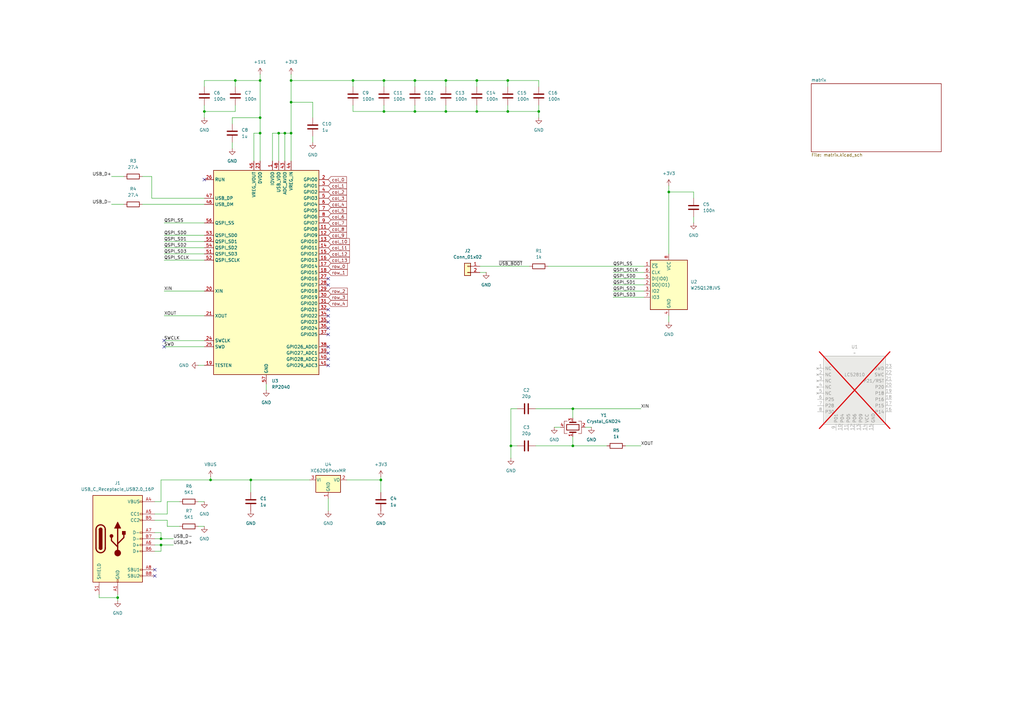
<source format=kicad_sch>
(kicad_sch (version 20231120) (generator "eeschema") (generator_version "8.0")
  (paper "A3")
  (lib_symbols
    (symbol "Connector:USB_C_Receptacle_USB2.0_16P" (pin_names (offset 1.016))
      (property "Reference" "J" (at 0 22.225 0))
      (property "Value" "USB_C_Receptacle_USB2.0_16P" (at 0 19.685 0))
      (symbol "USB_C_Receptacle_USB2.0_16P_0_0"
        (rectangle (start -0.254 -17.78) (end 0.254 -16.764))
        (rectangle (start 10.16 -14.986) (end 9.144 -15.494))
        (rectangle (start 10.16 -12.446) (end 9.144 -12.954))
        (rectangle (start 10.16 -4.826) (end 9.144 -5.334))
        (rectangle (start 10.16 -2.286) (end 9.144 -2.794))
        (rectangle (start 10.16 0.254) (end 9.144 -0.254))
        (rectangle (start 10.16 2.794) (end 9.144 2.286))
        (rectangle (start 10.16 7.874) (end 9.144 7.366))
        (rectangle (start 10.16 10.414) (end 9.144 9.906))
        (rectangle (start 10.16 15.494) (end 9.144 14.986))
      )
      (symbol "USB_C_Receptacle_USB2.0_16P_0_1"
        (rectangle (start -10.16 17.78) (end 10.16 -17.78) (stroke (width 0.254)) (fill (type background)))
        (arc (start -8.89 -3.81) (mid -6.985 -5.7067) (end -5.08 -3.81) (stroke (width 0.508)))
        (arc (start -7.62 -3.81) (mid -6.985 -4.4423) (end -6.35 -3.81) (stroke (width 0.254)))
        (arc (start -7.62 -3.81) (mid -6.985 -4.4423) (end -6.35 -3.81) (stroke (width 0.254)) (fill (type outline)))
        (rectangle (start -7.62 -3.81) (end -6.35 3.81) (stroke (width 0.254)) (fill (type outline)))
        (arc (start -6.35 3.81) (mid -6.985 4.4423) (end -7.62 3.81) (stroke (width 0.254)))
        (arc (start -6.35 3.81) (mid -6.985 4.4423) (end -7.62 3.81) (stroke (width 0.254)) (fill (type outline)))
        (arc (start -5.08 3.81) (mid -6.985 5.7067) (end -8.89 3.81) (stroke (width 0.508)))
        (circle (center -2.54 1.143) (radius 0.635) (stroke (width 0.254)) (fill (type outline)))
        (circle (center 0 -5.842) (radius 1.27) (fill (type outline)))
        (polyline (pts (xy -8.89 -3.81) (xy -8.89 3.81)) (stroke (width 0.508)))
        (polyline (pts (xy -5.08 3.81) (xy -5.08 -3.81)) (stroke (width 0.508)))
        (polyline (pts (xy 0 -5.842) (xy 0 4.318)) (stroke (width 0.508)))
        (polyline (pts (xy 0 -3.302) (xy -2.54 -0.762) (xy -2.54 0.508)) (stroke (width 0.508)))
        (polyline (pts (xy 0 -2.032) (xy 2.54 0.508) (xy 2.54 1.778)) (stroke (width 0.508)))
        (polyline (pts (xy -1.27 4.318) (xy 0 6.858) (xy 1.27 4.318) (xy -1.27 4.318)) (stroke (width 0.254)) (fill (type outline)))
        (rectangle (start 1.905 1.778) (end 3.175 3.048) (stroke (width 0.254)) (fill (type outline)))
      )
      (symbol "USB_C_Receptacle_USB2.0_16P_1_1"
        (pin passive line (at 0 -22.86 90) (length 5.08) (name "GND") (number "A1"))
        (pin passive line (at 0 -22.86 90) (length 5.08) hide (name "GND") (number "A12"))
        (pin passive line (at 15.24 15.24 180) (length 5.08) (name "VBUS") (number "A4"))
        (pin bidirectional line (at 15.24 10.16 180) (length 5.08) (name "CC1") (number "A5"))
        (pin bidirectional line (at 15.24 -2.54 180) (length 5.08) (name "D+") (number "A6"))
        (pin bidirectional line (at 15.24 2.54 180) (length 5.08) (name "D-") (number "A7"))
        (pin bidirectional line (at 15.24 -12.7 180) (length 5.08) (name "SBU1") (number "A8"))
        (pin passive line (at 15.24 15.24 180) (length 5.08) hide (name "VBUS") (number "A9"))
        (pin passive line (at 0 -22.86 90) (length 5.08) hide (name "GND") (number "B1"))
        (pin passive line (at 0 -22.86 90) (length 5.08) hide (name "GND") (number "B12"))
        (pin passive line (at 15.24 15.24 180) (length 5.08) hide (name "VBUS") (number "B4"))
        (pin bidirectional line (at 15.24 7.62 180) (length 5.08) (name "CC2") (number "B5"))
        (pin bidirectional line (at 15.24 -5.08 180) (length 5.08) (name "D+") (number "B6"))
        (pin bidirectional line (at 15.24 0 180) (length 5.08) (name "D-") (number "B7"))
        (pin bidirectional line (at 15.24 -15.24 180) (length 5.08) (name "SBU2") (number "B8"))
        (pin passive line (at 15.24 15.24 180) (length 5.08) hide (name "VBUS") (number "B9"))
        (pin passive line (at -7.62 -22.86 90) (length 5.08) (name "SHIELD") (number "S1"))
      )
    )
    (symbol "Connector_Generic:Conn_01x02" (pin_names (offset 1.016) hide)
      (property "Reference" "J" (at 0 2.54 0))
      (property "Value" "Conn_01x02" (at 0 -5.08 0))
      (symbol "Conn_01x02_1_1"
        (rectangle (start -1.27 -2.413) (end 0 -2.667) (stroke (width 0.1524)))
        (rectangle (start -1.27 0.127) (end 0 -0.127) (stroke (width 0.1524)))
        (rectangle (start -1.27 1.27) (end 1.27 -3.81) (stroke (width 0.254)) (fill (type background)))
        (pin passive line (at -5.08 0 0) (length 3.81) (name "Pin_1") (number "1"))
        (pin passive line (at -5.08 -2.54 0) (length 3.81) (name "Pin_2") (number "2"))
      )
    )
    (symbol "Device:C" (pin_numbers hide) (pin_names (offset 0.254))
      (property "Reference" "C" (at 0.635 2.54 0))
      (property "Value" "C" (at 0.635 -2.54 0))
      (symbol "C_0_1"
        (polyline (pts (xy -2.032 -0.762) (xy 2.032 -0.762)) (stroke (width 0.508)))
        (polyline (pts (xy -2.032 0.762) (xy 2.032 0.762)) (stroke (width 0.508)))
      )
      (symbol "C_1_1"
        (pin passive line (at 0 3.81 270) (length 2.794) (name "~") (number "1"))
        (pin passive line (at 0 -3.81 90) (length 2.794) (name "~") (number "2"))
      )
    )
    (symbol "Device:Crystal_GND24" (pin_names (offset 1.016) hide)
      (property "Reference" "Y" (at 3.175 5.08 0))
      (property "Value" "Crystal_GND24" (at 3.175 3.175 0))
      (symbol "Crystal_GND24_0_1"
        (rectangle (start -1.143 2.54) (end 1.143 -2.54) (stroke (width 0.3048)))
        (polyline (pts (xy -2.54 0) (xy -2.032 0)))
        (polyline (pts (xy -2.032 -1.27) (xy -2.032 1.27)) (stroke (width 0.508)))
        (polyline (pts (xy 0 -3.81) (xy 0 -3.556)))
        (polyline (pts (xy 0 3.556) (xy 0 3.81)))
        (polyline (pts (xy 2.032 -1.27) (xy 2.032 1.27)) (stroke (width 0.508)))
        (polyline (pts (xy 2.032 0) (xy 2.54 0)))
        (polyline (pts (xy -2.54 -2.286) (xy -2.54 -3.556) (xy 2.54 -3.556) (xy 2.54 -2.286)))
        (polyline (pts (xy -2.54 2.286) (xy -2.54 3.556) (xy 2.54 3.556) (xy 2.54 2.286)))
      )
      (symbol "Crystal_GND24_1_1"
        (pin passive line (at -3.81 0 0) (length 1.27) (name "1") (number "1"))
        (pin passive line (at 0 5.08 270) (length 1.27) (name "2") (number "2"))
        (pin passive line (at 3.81 0 180) (length 1.27) (name "3") (number "3"))
        (pin passive line (at 0 -5.08 90) (length 1.27) (name "4") (number "4"))
      )
    )
    (symbol "Device:R" (pin_numbers hide) (pin_names (offset 0))
      (property "Reference" "R" (at 2.032 0 90))
      (property "Value" "R" (at 0 0 90))
      (symbol "R_0_1"
        (rectangle (start -1.016 -2.54) (end 1.016 2.54) (stroke (width 0.254)))
      )
      (symbol "R_1_1"
        (pin passive line (at 0 3.81 270) (length 1.27) (name "~") (number "1"))
        (pin passive line (at 0 -3.81 90) (length 1.27) (name "~") (number "2"))
      )
    )
    (symbol "MCU_RaspberryPi:RP2040"
      (property "Reference" "U" (at 17.78 45.72 0))
      (property "Value" "RP2040" (at 17.78 43.18 0))
      (symbol "RP2040_0_1"
        (rectangle (start -21.59 41.91) (end 21.59 -41.91) (stroke (width 0.254)) (fill (type background)))
      )
      (symbol "RP2040_1_1"
        (pin power_in line (at 2.54 45.72 270) (length 3.81) (name "IOVDD") (number "1"))
        (pin passive line (at 2.54 45.72 270) (length 3.81) hide (name "IOVDD") (number "10"))
        (pin bidirectional line (at 25.4 17.78 180) (length 3.81) (name "GPIO8") (number "11"))
        (pin bidirectional line (at 25.4 15.24 180) (length 3.81) (name "GPIO9") (number "12"))
        (pin bidirectional line (at 25.4 12.7 180) (length 3.81) (name "GPIO10") (number "13"))
        (pin bidirectional line (at 25.4 10.16 180) (length 3.81) (name "GPIO11") (number "14"))
        (pin bidirectional line (at 25.4 7.62 180) (length 3.81) (name "GPIO12") (number "15"))
        (pin bidirectional line (at 25.4 5.08 180) (length 3.81) (name "GPIO13") (number "16"))
        (pin bidirectional line (at 25.4 2.54 180) (length 3.81) (name "GPIO14") (number "17"))
        (pin bidirectional line (at 25.4 0 180) (length 3.81) (name "GPIO15") (number "18"))
        (pin input line (at -25.4 -38.1 0) (length 3.81) (name "TESTEN") (number "19"))
        (pin bidirectional line (at 25.4 38.1 180) (length 3.81) (name "GPIO0") (number "2"))
        (pin input line (at -25.4 -7.62 0) (length 3.81) (name "XIN") (number "20"))
        (pin passive line (at -25.4 -17.78 0) (length 3.81) (name "XOUT") (number "21"))
        (pin passive line (at 2.54 45.72 270) (length 3.81) hide (name "IOVDD") (number "22"))
        (pin power_in line (at -2.54 45.72 270) (length 3.81) (name "DVDD") (number "23"))
        (pin input line (at -25.4 -27.94 0) (length 3.81) (name "SWCLK") (number "24"))
        (pin bidirectional line (at -25.4 -30.48 0) (length 3.81) (name "SWD") (number "25"))
        (pin input line (at -25.4 38.1 0) (length 3.81) (name "RUN") (number "26"))
        (pin bidirectional line (at 25.4 -2.54 180) (length 3.81) (name "GPIO16") (number "27"))
        (pin bidirectional line (at 25.4 -5.08 180) (length 3.81) (name "GPIO17") (number "28"))
        (pin bidirectional line (at 25.4 -7.62 180) (length 3.81) (name "GPIO18") (number "29"))
        (pin bidirectional line (at 25.4 35.56 180) (length 3.81) (name "GPIO1") (number "3"))
        (pin bidirectional line (at 25.4 -10.16 180) (length 3.81) (name "GPIO19") (number "30"))
        (pin bidirectional line (at 25.4 -12.7 180) (length 3.81) (name "GPIO20") (number "31"))
        (pin bidirectional line (at 25.4 -15.24 180) (length 3.81) (name "GPIO21") (number "32"))
        (pin passive line (at 2.54 45.72 270) (length 3.81) hide (name "IOVDD") (number "33"))
        (pin bidirectional line (at 25.4 -17.78 180) (length 3.81) (name "GPIO22") (number "34"))
        (pin bidirectional line (at 25.4 -20.32 180) (length 3.81) (name "GPIO23") (number "35"))
        (pin bidirectional line (at 25.4 -22.86 180) (length 3.81) (name "GPIO24") (number "36"))
        (pin bidirectional line (at 25.4 -25.4 180) (length 3.81) (name "GPIO25") (number "37"))
        (pin bidirectional line (at 25.4 -30.48 180) (length 3.81) (name "GPIO26_ADC0") (number "38"))
        (pin bidirectional line (at 25.4 -33.02 180) (length 3.81) (name "GPIO27_ADC1") (number "39"))
        (pin bidirectional line (at 25.4 33.02 180) (length 3.81) (name "GPIO2") (number "4"))
        (pin bidirectional line (at 25.4 -35.56 180) (length 3.81) (name "GPIO28_ADC2") (number "40"))
        (pin bidirectional line (at 25.4 -38.1 180) (length 3.81) (name "GPIO29_ADC3") (number "41"))
        (pin passive line (at 2.54 45.72 270) (length 3.81) hide (name "IOVDD") (number "42"))
        (pin power_in line (at 7.62 45.72 270) (length 3.81) (name "ADC_AVDD") (number "43"))
        (pin power_in line (at 10.16 45.72 270) (length 3.81) (name "VREG_IN") (number "44"))
        (pin power_out line (at -5.08 45.72 270) (length 3.81) (name "VREG_VOUT") (number "45"))
        (pin bidirectional line (at -25.4 27.94 0) (length 3.81) (name "USB_DM") (number "46"))
        (pin bidirectional line (at -25.4 30.48 0) (length 3.81) (name "USB_DP") (number "47"))
        (pin power_in line (at 5.08 45.72 270) (length 3.81) (name "USB_VDD") (number "48"))
        (pin passive line (at 2.54 45.72 270) (length 3.81) hide (name "IOVDD") (number "49"))
        (pin bidirectional line (at 25.4 30.48 180) (length 3.81) (name "GPIO3") (number "5"))
        (pin passive line (at -2.54 45.72 270) (length 3.81) hide (name "DVDD") (number "50"))
        (pin bidirectional line (at -25.4 7.62 0) (length 3.81) (name "QSPI_SD3") (number "51"))
        (pin output line (at -25.4 5.08 0) (length 3.81) (name "QSPI_SCLK") (number "52"))
        (pin bidirectional line (at -25.4 15.24 0) (length 3.81) (name "QSPI_SD0") (number "53"))
        (pin bidirectional line (at -25.4 10.16 0) (length 3.81) (name "QSPI_SD2") (number "54"))
        (pin bidirectional line (at -25.4 12.7 0) (length 3.81) (name "QSPI_SD1") (number "55"))
        (pin bidirectional line (at -25.4 20.32 0) (length 3.81) (name "QSPI_SS") (number "56"))
        (pin power_in line (at 0 -45.72 90) (length 3.81) (name "GND") (number "57"))
        (pin bidirectional line (at 25.4 27.94 180) (length 3.81) (name "GPIO4") (number "6"))
        (pin bidirectional line (at 25.4 25.4 180) (length 3.81) (name "GPIO5") (number "7"))
        (pin bidirectional line (at 25.4 22.86 180) (length 3.81) (name "GPIO6") (number "8"))
        (pin bidirectional line (at 25.4 20.32 180) (length 3.81) (name "GPIO7") (number "9"))
      )
    )
    (symbol "Memory_Flash:W25Q128JVS"
      (property "Reference" "U" (at -8.89 8.89 0))
      (property "Value" "W25Q128JVS" (at 7.62 8.89 0))
      (symbol "W25Q128JVS_0_1"
        (rectangle (start -7.62 10.16) (end 7.62 -10.16) (stroke (width 0.254)) (fill (type background)))
      )
      (symbol "W25Q128JVS_1_1"
        (pin input line (at -10.16 7.62 0) (length 2.54) (name "~{CS}") (number "1"))
        (pin bidirectional line (at -10.16 0 0) (length 2.54) (name "DO(IO1)") (number "2"))
        (pin bidirectional line (at -10.16 -2.54 0) (length 2.54) (name "IO2") (number "3"))
        (pin power_in line (at 0 -12.7 90) (length 2.54) (name "GND") (number "4"))
        (pin bidirectional line (at -10.16 2.54 0) (length 2.54) (name "DI(IO0)") (number "5"))
        (pin input line (at -10.16 5.08 0) (length 2.54) (name "CLK") (number "6"))
        (pin bidirectional line (at -10.16 -5.08 0) (length 2.54) (name "IO3") (number "7"))
        (pin power_in line (at 0 12.7 270) (length 2.54) (name "VCC") (number "8"))
      )
    )
    (symbol "Regulator_Linear:XC6206PxxxMR" (pin_names (offset 0.254))
      (property "Reference" "U" (at -3.81 3.175 0))
      (property "Value" "XC6206PxxxMR" (at 0 3.175 0))
      (symbol "XC6206PxxxMR_0_1"
        (rectangle (start -5.08 1.905) (end 5.08 -5.08) (stroke (width 0.254)) (fill (type background)))
      )
      (symbol "XC6206PxxxMR_1_1"
        (pin power_in line (at 0 -7.62 90) (length 2.54) (name "GND") (number "1"))
        (pin power_out line (at 7.62 0 180) (length 2.54) (name "VO") (number "2"))
        (pin power_in line (at -7.62 0 0) (length 2.54) (name "VI") (number "3"))
      )
    )
    (symbol "nRF52810_Module:LC52810"
      (property "Reference" "U" (at 0 0 0))
      (symbol "LC52810_0_1"
        (rectangle (start -12.7 5.08) (end 12.7 -22.86) (fill (type background)))
      )
      (symbol "LC52810_1_1"
        (text "LC52810" (at 0 -2.54 0) (effects (font (size 1.27 1.27))))
        (pin no_connect line (at -15.24 0 0) (length 2.54) (name "NC") (number "1"))
        (pin bidirectional line (at -5.08 -25.4 90) (length 2.54) (name "P04") (number "10"))
        (pin bidirectional line (at -2.54 -25.4 90) (length 2.54) (name "P05") (number "11"))
        (pin bidirectional line (at 0 -25.4 90) (length 2.54) (name "P06") (number "12"))
        (pin bidirectional line (at 2.54 -25.4 90) (length 2.54) (name "P09") (number "13"))
        (pin power_in line (at 5.08 -25.4 90) (length 2.54) (name "VCC") (number "14"))
        (pin passive line (at 7.62 -25.4 90) (length 2.54) (name "GND") (number "15"))
        (pin bidirectional line (at 15.24 -17.78 180) (length 2.54) (name "P14") (number "16"))
        (pin bidirectional line (at 15.24 -15.24 180) (length 2.54) (name "P15") (number "17"))
        (pin bidirectional line (at 15.24 -12.7 180) (length 2.54) (name "P16") (number "18"))
        (pin bidirectional line (at 15.24 -10.16 180) (length 2.54) (name "P18") (number "19"))
        (pin no_connect line (at -15.24 -2.54 0) (length 2.54) (name "NC") (number "2"))
        (pin bidirectional line (at 15.24 -7.62 180) (length 2.54) (name "P20") (number "20"))
        (pin bidirectional line (at 15.24 -5.08 180) (length 2.54) (name "P21/RST") (number "21"))
        (pin input line (at 15.24 -2.54 180) (length 2.54) (name "SWC") (number "22"))
        (pin bidirectional line (at 15.24 0 180) (length 2.54) (name "SWD") (number "23"))
        (pin no_connect line (at -15.24 -5.08 0) (length 2.54) (name "NC") (number "3"))
        (pin no_connect line (at -15.24 -7.62 0) (length 2.54) (name "NC") (number "4"))
        (pin no_connect line (at -15.24 -10.16 0) (length 2.54) (name "NC") (number "5"))
        (pin bidirectional line (at -15.24 -12.7 0) (length 2.54) (name "P25") (number "6"))
        (pin bidirectional line (at -15.24 -15.24 0) (length 2.54) (name "P28") (number "7"))
        (pin bidirectional line (at -15.24 -17.78 0) (length 2.54) (name "P30") (number "8"))
        (pin bidirectional line (at -7.62 -25.4 90) (length 2.54) (name "P01") (number "9"))
      )
    )
    (symbol "power:+1V1" (power) (pin_numbers hide) (pin_names (offset 0) hide)
      (property "Value" "+1V1" (at 0 3.556 0))
      (symbol "+1V1_0_1"
        (polyline (pts (xy -0.762 1.27) (xy 0 2.54)))
        (polyline (pts (xy 0 0) (xy 0 2.54)))
        (polyline (pts (xy 0 2.54) (xy 0.762 1.27)))
      )
      (symbol "+1V1_1_1"
        (pin power_in line (at 0 0 90) (length 0) (name "~") (number "1"))
      )
    )
    (symbol "power:+3V3" (power) (pin_numbers hide) (pin_names (offset 0) hide)
      (property "Value" "+3V3" (at 0 3.556 0))
      (symbol "+3V3_0_1"
        (polyline (pts (xy -0.762 1.27) (xy 0 2.54)))
        (polyline (pts (xy 0 0) (xy 0 2.54)))
        (polyline (pts (xy 0 2.54) (xy 0.762 1.27)))
      )
      (symbol "+3V3_1_1"
        (pin power_in line (at 0 0 90) (length 0) (name "~") (number "1"))
      )
    )
    (symbol "power:GND" (power) (pin_numbers hide) (pin_names (offset 0) hide)
      (property "Value" "GND" (at 0 -3.81 0))
      (symbol "GND_0_1"
        (polyline (pts (xy 0 0) (xy 0 -1.27) (xy 1.27 -1.27) (xy 0 -2.54) (xy -1.27 -1.27) (xy 0 -1.27)))
      )
      (symbol "GND_1_1"
        (pin power_in line (at 0 0 270) (length 0) (name "~") (number "1"))
      )
    )
    (symbol "power:VBUS" (power) (pin_numbers hide) (pin_names (offset 0) hide)
      (property "Value" "VBUS" (at 0 3.556 0))
      (symbol "VBUS_0_1"
        (polyline (pts (xy -0.762 1.27) (xy 0 2.54)))
        (polyline (pts (xy 0 0) (xy 0 2.54)))
        (polyline (pts (xy 0 2.54) (xy 0.762 1.27)))
      )
      (symbol "VBUS_1_1"
        (pin power_in line (at 0 0 90) (length 0) (name "~") (number "1"))
      )
    )
  )
  (junction (at 102.87 196.85))
  (junction (at 209.55 182.88))
  (junction (at 66.04 220.98))
  (junction (at 234.95 167.64))
  (junction (at 119.38 33.02))
  (junction (at 220.98 45.72))
  (junction (at 208.28 33.02))
  (junction (at 83.82 45.72))
  (junction (at 274.32 78.74))
  (junction (at 157.48 33.02))
  (junction (at 234.95 182.88))
  (junction (at 119.38 54.61))
  (junction (at 144.78 33.02))
  (junction (at 66.04 223.52))
  (junction (at 170.18 33.02))
  (junction (at 106.68 33.02))
  (junction (at 114.3 54.61))
  (junction (at 106.68 54.61))
  (junction (at 182.88 45.72))
  (junction (at 116.84 54.61))
  (junction (at 119.38 41.91))
  (junction (at 48.26 245.11))
  (junction (at 157.48 45.72))
  (junction (at 96.52 33.02))
  (junction (at 182.88 33.02))
  (junction (at 170.18 45.72))
  (junction (at 106.68 48.26))
  (junction (at 195.58 33.02))
  (junction (at 195.58 45.72))
  (junction (at 86.36 196.85))
  (junction (at 156.21 196.85))
  (junction (at 208.28 45.72))
  (no_connect (at 134.62 132.08))
  (no_connect (at 134.62 127))
  (no_connect (at 134.62 114.3))
  (no_connect (at 134.62 129.54))
  (no_connect (at 134.62 137.16))
  (no_connect (at 134.62 149.86))
  (no_connect (at 134.62 147.32))
  (no_connect (at 134.62 142.24))
  (no_connect (at 134.62 144.78))
  (no_connect (at 134.62 134.62))
  (no_connect (at 63.5 233.68))
  (no_connect (at 67.31 142.24))
  (no_connect (at 67.31 139.7))
  (no_connect (at 83.82 73.66))
  (no_connect (at 134.62 116.84))
  (no_connect (at 63.5 236.22))
  (wire (pts (xy 116.84 54.61) (xy 119.38 54.61)))
  (wire (pts (xy 106.68 30.48) (xy 106.68 33.02)))
  (wire (pts (xy 106.68 33.02) (xy 106.68 48.26)))
  (wire (pts (xy 234.95 179.07) (xy 234.95 182.88)))
  (wire (pts (xy 67.31 129.54) (xy 83.82 129.54)))
  (wire (pts (xy 128.27 41.91) (xy 119.38 41.91)))
  (wire (pts (xy 251.46 119.38) (xy 264.16 119.38)))
  (wire (pts (xy 182.88 33.02) (xy 195.58 33.02)))
  (wire (pts (xy 128.27 48.26) (xy 128.27 41.91)))
  (wire (pts (xy 68.58 215.9) (xy 73.66 215.9)))
  (wire (pts (xy 81.28 205.74) (xy 83.82 205.74)))
  (wire (pts (xy 182.88 45.72) (xy 195.58 45.72)))
  (wire (pts (xy 208.28 33.02) (xy 220.98 33.02)))
  (wire (pts (xy 219.71 167.64) (xy 234.95 167.64)))
  (wire (pts (xy 63.5 226.06) (xy 66.04 226.06)))
  (wire (pts (xy 67.31 96.52) (xy 83.82 96.52)))
  (wire (pts (xy 63.5 213.36) (xy 68.58 213.36)))
  (wire (pts (xy 170.18 33.02) (xy 170.18 35.56)))
  (wire (pts (xy 196.85 111.76) (xy 199.39 111.76)))
  (wire (pts (xy 66.04 218.44) (xy 66.04 220.98)))
  (wire (pts (xy 208.28 43.18) (xy 208.28 45.72)))
  (wire (pts (xy 58.42 72.39) (xy 62.23 72.39)))
  (wire (pts (xy 119.38 33.02) (xy 144.78 33.02)))
  (wire (pts (xy 102.87 196.85) (xy 127 196.85)))
  (wire (pts (xy 81.28 215.9) (xy 83.82 215.9)))
  (wire (pts (xy 63.5 210.82) (xy 68.58 210.82)))
  (wire (pts (xy 62.23 81.28) (xy 62.23 72.39)))
  (wire (pts (xy 68.58 205.74) (xy 73.66 205.74)))
  (wire (pts (xy 63.5 223.52) (xy 66.04 223.52)))
  (wire (pts (xy 114.3 54.61) (xy 116.84 54.61)))
  (wire (pts (xy 106.68 54.61) (xy 106.68 66.04)))
  (wire (pts (xy 209.55 182.88) (xy 212.09 182.88)))
  (wire (pts (xy 67.31 106.68) (xy 83.82 106.68)))
  (wire (pts (xy 220.98 33.02) (xy 220.98 35.56)))
  (wire (pts (xy 157.48 43.18) (xy 157.48 45.72)))
  (wire (pts (xy 83.82 81.28) (xy 62.23 81.28)))
  (wire (pts (xy 83.82 45.72) (xy 83.82 48.26)))
  (wire (pts (xy 67.31 91.44) (xy 83.82 91.44)))
  (wire (pts (xy 209.55 167.64) (xy 209.55 182.88)))
  (wire (pts (xy 212.09 167.64) (xy 209.55 167.64)))
  (wire (pts (xy 83.82 33.02) (xy 96.52 33.02)))
  (wire (pts (xy 83.82 35.56) (xy 83.82 33.02)))
  (wire (pts (xy 66.04 205.74) (xy 63.5 205.74)))
  (wire (pts (xy 284.48 78.74) (xy 274.32 78.74)))
  (wire (pts (xy 67.31 119.38) (xy 83.82 119.38)))
  (wire (pts (xy 224.79 109.22) (xy 264.16 109.22)))
  (wire (pts (xy 234.95 167.64) (xy 234.95 171.45)))
  (wire (pts (xy 63.5 218.44) (xy 66.04 218.44)))
  (wire (pts (xy 156.21 196.85) (xy 156.21 201.93)))
  (wire (pts (xy 182.88 33.02) (xy 182.88 35.56)))
  (wire (pts (xy 134.62 204.47) (xy 134.62 209.55)))
  (wire (pts (xy 67.31 101.6) (xy 83.82 101.6)))
  (wire (pts (xy 234.95 167.64) (xy 262.89 167.64)))
  (wire (pts (xy 284.48 88.9) (xy 284.48 91.44)))
  (wire (pts (xy 256.54 182.88) (xy 262.89 182.88)))
  (wire (pts (xy 45.72 72.39) (xy 50.8 72.39)))
  (wire (pts (xy 95.25 50.8) (xy 95.25 48.26)))
  (wire (pts (xy 227.33 175.26) (xy 229.87 175.26)))
  (wire (pts (xy 157.48 45.72) (xy 170.18 45.72)))
  (wire (pts (xy 111.76 66.04) (xy 111.76 54.61)))
  (wire (pts (xy 45.72 83.82) (xy 50.8 83.82)))
  (wire (pts (xy 195.58 33.02) (xy 208.28 33.02)))
  (wire (pts (xy 109.22 157.48) (xy 109.22 160.02)))
  (wire (pts (xy 142.24 196.85) (xy 156.21 196.85)))
  (wire (pts (xy 63.5 220.98) (xy 66.04 220.98)))
  (wire (pts (xy 251.46 116.84) (xy 264.16 116.84)))
  (wire (pts (xy 170.18 43.18) (xy 170.18 45.72)))
  (wire (pts (xy 144.78 33.02) (xy 157.48 33.02)))
  (wire (pts (xy 220.98 45.72) (xy 220.98 48.26)))
  (wire (pts (xy 95.25 58.42) (xy 95.25 60.96)))
  (wire (pts (xy 240.03 175.26) (xy 242.57 175.26)))
  (wire (pts (xy 58.42 83.82) (xy 83.82 83.82)))
  (wire (pts (xy 86.36 195.58) (xy 86.36 196.85)))
  (wire (pts (xy 251.46 121.92) (xy 264.16 121.92)))
  (wire (pts (xy 144.78 45.72) (xy 157.48 45.72)))
  (wire (pts (xy 208.28 45.72) (xy 220.98 45.72)))
  (wire (pts (xy 284.48 81.28) (xy 284.48 78.74)))
  (wire (pts (xy 68.58 213.36) (xy 68.58 215.9)))
  (wire (pts (xy 157.48 33.02) (xy 157.48 35.56)))
  (wire (pts (xy 83.82 43.18) (xy 83.82 45.72)))
  (wire (pts (xy 66.04 196.85) (xy 86.36 196.85)))
  (wire (pts (xy 67.31 142.24) (xy 83.82 142.24)))
  (wire (pts (xy 104.14 54.61) (xy 104.14 66.04)))
  (wire (pts (xy 116.84 66.04) (xy 116.84 54.61)))
  (wire (pts (xy 67.31 99.06) (xy 83.82 99.06)))
  (wire (pts (xy 220.98 45.72) (xy 220.98 43.18)))
  (wire (pts (xy 274.32 76.2) (xy 274.32 78.74)))
  (wire (pts (xy 96.52 45.72) (xy 96.52 43.18)))
  (wire (pts (xy 128.27 55.88) (xy 128.27 58.42)))
  (wire (pts (xy 170.18 45.72) (xy 182.88 45.72)))
  (wire (pts (xy 83.82 45.72) (xy 96.52 45.72)))
  (wire (pts (xy 196.85 109.22) (xy 217.17 109.22)))
  (wire (pts (xy 106.68 48.26) (xy 106.68 54.61)))
  (wire (pts (xy 144.78 35.56) (xy 144.78 33.02)))
  (wire (pts (xy 111.76 54.61) (xy 114.3 54.61)))
  (wire (pts (xy 40.64 243.84) (xy 40.64 245.11)))
  (wire (pts (xy 67.31 104.14) (xy 83.82 104.14)))
  (wire (pts (xy 81.28 149.86) (xy 83.82 149.86)))
  (wire (pts (xy 208.28 33.02) (xy 208.28 35.56)))
  (wire (pts (xy 104.14 54.61) (xy 106.68 54.61)))
  (wire (pts (xy 234.95 182.88) (xy 219.71 182.88)))
  (wire (pts (xy 119.38 30.48) (xy 119.38 33.02)))
  (wire (pts (xy 40.64 245.11) (xy 48.26 245.11)))
  (wire (pts (xy 68.58 210.82) (xy 68.58 205.74)))
  (wire (pts (xy 209.55 187.96) (xy 209.55 182.88)))
  (wire (pts (xy 182.88 43.18) (xy 182.88 45.72)))
  (wire (pts (xy 195.58 43.18) (xy 195.58 45.72)))
  (wire (pts (xy 67.31 139.7) (xy 83.82 139.7)))
  (wire (pts (xy 66.04 226.06) (xy 66.04 223.52)))
  (wire (pts (xy 274.32 129.54) (xy 274.32 132.08)))
  (wire (pts (xy 274.32 78.74) (xy 274.32 104.14)))
  (wire (pts (xy 102.87 196.85) (xy 102.87 201.93)))
  (wire (pts (xy 66.04 223.52) (xy 71.12 223.52)))
  (wire (pts (xy 96.52 33.02) (xy 96.52 35.56)))
  (wire (pts (xy 234.95 182.88) (xy 248.92 182.88)))
  (wire (pts (xy 48.26 243.84) (xy 48.26 245.11)))
  (wire (pts (xy 48.26 245.11) (xy 48.26 246.38)))
  (wire (pts (xy 66.04 220.98) (xy 71.12 220.98)))
  (wire (pts (xy 119.38 54.61) (xy 119.38 41.91)))
  (wire (pts (xy 114.3 66.04) (xy 114.3 54.61)))
  (wire (pts (xy 251.46 114.3) (xy 264.16 114.3)))
  (wire (pts (xy 251.46 111.76) (xy 264.16 111.76)))
  (wire (pts (xy 170.18 33.02) (xy 182.88 33.02)))
  (wire (pts (xy 156.21 195.58) (xy 156.21 196.85)))
  (wire (pts (xy 95.25 48.26) (xy 106.68 48.26)))
  (wire (pts (xy 119.38 66.04) (xy 119.38 54.61)))
  (wire (pts (xy 66.04 196.85) (xy 66.04 205.74)))
  (wire (pts (xy 157.48 33.02) (xy 170.18 33.02)))
  (wire (pts (xy 195.58 45.72) (xy 208.28 45.72)))
  (wire (pts (xy 96.52 33.02) (xy 106.68 33.02)))
  (wire (pts (xy 195.58 33.02) (xy 195.58 35.56)))
  (wire (pts (xy 144.78 43.18) (xy 144.78 45.72)))
  (wire (pts (xy 86.36 196.85) (xy 102.87 196.85)))
  (wire (pts (xy 119.38 41.91) (xy 119.38 33.02)))
  (label "XIN" (at 262.89 167.64 0))
  (label "QSPI_SD0" (at 67.31 96.52 0))
  (label "SWCLK" (at 67.31 139.7 0))
  (label "QSPI_SS" (at 251.46 109.22 0))
  (label "XOUT" (at 67.31 129.54 0))
  (label "QSPI_SCLK" (at 67.31 106.68 0))
  (label "QSPI_SD2" (at 67.31 101.6 0))
  (label "QSPI_SD1" (at 67.31 99.06 0))
  (label "QSPI_SD1" (at 251.46 116.84 0))
  (label "QSPI_SCLK" (at 251.46 111.76 0))
  (label "QSPI_SS" (at 67.31 91.44 0))
  (label "USB_D+" (at 71.12 223.52 0))
  (label "XOUT" (at 262.89 182.88 0))
  (label "USB_D+" (at 45.72 72.39 180))
  (label "SWD" (at 67.31 142.24 0))
  (label "QSPI_SD3" (at 251.46 121.92 0))
  (label "XIN" (at 67.31 119.38 0))
  (label "USB_D-" (at 71.12 220.98 0))
  (label "QSPI_SD0" (at 251.46 114.3 0))
  (label "QSPI_SD2" (at 251.46 119.38 0))
  (label "~{USB_BOOT}" (at 204.47 109.22 0))
  (label "QSPI_SD3" (at 67.31 104.14 0))
  (label "USB_D-" (at 45.72 83.82 180))
  (global_label "col_11" (shape input) (at 134.62 101.6 0) (property "Intersheetrefs" "${INTERSHEET_REFS}" (effects (hide yes))))
  (global_label "col_0" (shape input) (at 134.62 73.66 0) (property "Intersheetrefs" "${INTERSHEET_REFS}" (effects (hide yes))))
  (global_label "row_2" (shape input) (at 134.62 119.38 0) (property "Intersheetrefs" "${INTERSHEET_REFS}" (effects (hide yes))))
  (global_label "col_10" (shape input) (at 134.62 99.06 0) (property "Intersheetrefs" "${INTERSHEET_REFS}" (effects (hide yes))))
  (global_label "col_7" (shape input) (at 134.62 91.44 0) (property "Intersheetrefs" "${INTERSHEET_REFS}" (effects (hide yes))))
  (global_label "col_1" (shape input) (at 134.62 76.2 0) (property "Intersheetrefs" "${INTERSHEET_REFS}" (effects (hide yes))))
  (global_label "col_13" (shape input) (at 134.62 106.68 0) (property "Intersheetrefs" "${INTERSHEET_REFS}" (effects (hide yes))))
  (global_label "col_12" (shape input) (at 134.62 104.14 0) (property "Intersheetrefs" "${INTERSHEET_REFS}" (effects (hide yes))))
  (global_label "row_1" (shape input) (at 134.62 111.76 0) (property "Intersheetrefs" "${INTERSHEET_REFS}" (effects (hide yes))))
  (global_label "col_5" (shape input) (at 134.62 86.36 0) (property "Intersheetrefs" "${INTERSHEET_REFS}" (effects (hide yes))))
  (global_label "col_9" (shape input) (at 134.62 96.52 0) (property "Intersheetrefs" "${INTERSHEET_REFS}" (effects (hide yes))))
  (global_label "row_0" (shape input) (at 134.62 109.22 0) (property "Intersheetrefs" "${INTERSHEET_REFS}" (effects (hide yes))))
  (global_label "col_3" (shape input) (at 134.62 81.28 0) (property "Intersheetrefs" "${INTERSHEET_REFS}" (effects (hide yes))))
  (global_label "row_3" (shape input) (at 134.62 121.92 0) (property "Intersheetrefs" "${INTERSHEET_REFS}" (effects (hide yes))))
  (global_label "col_4" (shape input) (at 134.62 83.82 0) (property "Intersheetrefs" "${INTERSHEET_REFS}" (effects (hide yes))))
  (global_label "col_2" (shape input) (at 134.62 78.74 0) (property "Intersheetrefs" "${INTERSHEET_REFS}" (effects (hide yes))))
  (global_label "col_8" (shape input) (at 134.62 93.98 0) (property "Intersheetrefs" "${INTERSHEET_REFS}" (effects (hide yes))))
  (global_label "col_6" (shape input) (at 134.62 88.9 0) (property "Intersheetrefs" "${INTERSHEET_REFS}" (effects (hide yes))))
  (global_label "row_4" (shape input) (at 134.62 124.46 0) (property "Intersheetrefs" "${INTERSHEET_REFS}" (effects (hide yes))))
  (symbol (lib_id "power:GND") (at 284.48 91.44 0) (unit 1)
    (property "Reference" "#PWR013" (effects (hide yes)))
    (property "Value" "GND" (at 284.48 96.52 0))
    (property "Description" "Power symbol creates a global label with name \"GND\" , ground" (effects (hide yes)))
  )
  (symbol (lib_id "Device:C") (at 96.52 39.37 0) (unit 1)
    (property "Reference" "C7" (at 100.33 38.0999 0) (effects (justify left)))
    (property "Value" "100n" (at 100.33 40.6399 0) (effects (justify left)))
    (property "Footprint" "Capacitor_SMD:C_0402_1005Metric" (effects (hide yes)))
    (property "Description" "Unpolarized capacitor" (effects (hide yes)))
  )
  (symbol (lib_id "power:GND") (at 209.55 187.96 0) (unit 1)
    (property "Reference" "#PWR017" (effects (hide yes)))
    (property "Value" "GND" (at 209.55 193.04 0))
    (property "Description" "Power symbol creates a global label with name \"GND\" , ground" (effects (hide yes)))
  )
  (symbol (lib_id "power:GND") (at 83.82 215.9 0) (unit 1)
    (property "Reference" "#PWR023" (effects (hide yes)))
    (property "Value" "GND" (at 83.82 220.98 0))
    (property "Description" "Power symbol creates a global label with name \"GND\" , ground" (effects (hide yes)))
  )
  (symbol (lib_id "Device:C") (at 144.78 39.37 0) (unit 1)
    (property "Reference" "C9" (at 148.59 38.0999 0) (effects (justify left)))
    (property "Value" "100n" (at 148.59 40.6399 0) (effects (justify left)))
    (property "Footprint" "Capacitor_SMD:C_0402_1005Metric" (effects (hide yes)))
    (property "Description" "Unpolarized capacitor" (effects (hide yes)))
  )
  (symbol (lib_id "power:GND") (at 220.98 48.26 0) (unit 1)
    (property "Reference" "#PWR021" (effects (hide yes)))
    (property "Value" "GND" (at 220.98 53.34 0))
    (property "Description" "Power symbol creates a global label with name \"GND\" , ground" (effects (hide yes)))
  )
  (symbol (lib_id "power:GND") (at 102.87 209.55 0) (unit 1)
    (property "Reference" "#PWR02" (effects (hide yes)))
    (property "Value" "GND" (at 102.87 214.63 0))
    (property "Description" "Power symbol creates a global label with name \"GND\" , ground" (effects (hide yes)))
  )
  (symbol (lib_id "power:GND") (at 109.22 160.02 0) (unit 1)
    (property "Reference" "#PWR018" (effects (hide yes)))
    (property "Value" "GND" (at 109.22 165.1 0))
    (property "Description" "Power symbol creates a global label with name \"GND\" , ground" (effects (hide yes)))
  )
  (symbol (lib_id "power:GND") (at 48.26 246.38 0) (unit 1)
    (property "Reference" "#PWR06" (effects (hide yes)))
    (property "Value" "GND" (at 48.26 251.46 0))
    (property "Description" "Power symbol creates a global label with name \"GND\" , ground" (effects (hide yes)))
  )
  (symbol (lib_id "Device:R") (at 54.61 83.82 90) (unit 1)
    (property "Reference" "R4" (at 54.61 77.47 90))
    (property "Value" "27.4" (at 54.61 80.01 90))
    (property "Footprint" "Resistor_SMD:R_0402_1005Metric" (effects (hide yes)))
    (property "Description" "Resistor" (effects (hide yes)))
  )
  (symbol (lib_id "power:+3V3") (at 274.32 76.2 0) (unit 1)
    (property "Reference" "#PWR012" (effects (hide yes)))
    (property "Value" "+3V3" (at 274.32 71.12 0))
    (property "Description" "Power symbol creates a global label with name \"+3V3\"" (effects (hide yes)))
  )
  (symbol (lib_id "Device:C") (at 170.18 39.37 0) (unit 1)
    (property "Reference" "C12" (at 173.99 38.0999 0) (effects (justify left)))
    (property "Value" "100n" (at 173.99 40.6399 0) (effects (justify left)))
    (property "Footprint" "Capacitor_SMD:C_0402_1005Metric" (effects (hide yes)))
    (property "Description" "Unpolarized capacitor" (effects (hide yes)))
  )
  (symbol (lib_id "Memory_Flash:W25Q128JVS") (at 274.32 116.84 0) (unit 1)
    (property "Reference" "U2" (at 283.21 115.5699 0) (effects (justify left)))
    (property "Value" "W25Q128JVS" (at 283.21 118.1099 0) (effects (justify left)))
    (property "Footprint" "Package_SON:Winbond_USON-8-1EP_3x2mm_P0.5mm_EP0.2x1.6mm" (effects (hide yes)))
    (property "Datasheet" "http://www.winbond.com/resource-files/w25q128jv_dtr%20revc%2003272018%20plus.pdf" (effects (hide yes)))
    (property "Description" "128Mb Serial Flash Memory, Standard/Dual/Quad SPI, SOIC-8" (effects (hide yes)))
  )
  (symbol (lib_id "Device:C") (at 157.48 39.37 0) (unit 1)
    (property "Reference" "C11" (at 161.29 38.0999 0) (effects (justify left)))
    (property "Value" "100n" (at 161.29 40.6399 0) (effects (justify left)))
    (property "Footprint" "Capacitor_SMD:C_0402_1005Metric" (effects (hide yes)))
    (property "Description" "Unpolarized capacitor" (effects (hide yes)))
  )
  (symbol (lib_id "power:GND") (at 156.21 209.55 0) (unit 1)
    (property "Reference" "#PWR04" (effects (hide yes)))
    (property "Value" "GND" (at 156.21 214.63 0))
    (property "Description" "Power symbol creates a global label with name \"GND\" , ground" (effects (hide yes)))
  )
  (symbol (lib_id "power:GND") (at 81.28 149.86 270) (unit 1)
    (property "Reference" "#PWR019" (effects (hide yes)))
    (property "Value" "GND" (at 77.47 149.8599 90) (effects (justify right)))
    (property "Description" "Power symbol creates a global label with name \"GND\" , ground" (effects (hide yes)))
  )
  (symbol (lib_id "Device:R") (at 77.47 215.9 90) (unit 1)
    (property "Reference" "R7" (at 77.47 209.55 90))
    (property "Value" "5K1" (at 77.47 212.09 90))
    (property "Footprint" "Resistor_SMD:R_0402_1005Metric" (effects (hide yes)))
    (property "Description" "Resistor" (effects (hide yes)))
  )
  (symbol (lib_id "Device:C") (at 182.88 39.37 0) (unit 1)
    (property "Reference" "C13" (at 186.69 38.0999 0) (effects (justify left)))
    (property "Value" "100n" (at 186.69 40.6399 0) (effects (justify left)))
    (property "Footprint" "Capacitor_SMD:C_0402_1005Metric" (effects (hide yes)))
    (property "Description" "Unpolarized capacitor" (effects (hide yes)))
  )
  (symbol (lib_id "Device:Crystal_GND24") (at 234.95 175.26 270) (mirror x) (unit 1)
    (property "Reference" "Y1" (at 247.65 170.3068 90))
    (property "Value" "Crystal_GND24" (at 247.65 172.8468 90))
    (property "Footprint" "Crystal:Crystal_SMD_3225-4Pin_3.2x2.5mm" (effects (hide yes)))
    (property "Description" "Four pin crystal, GND on pins 2 and 4" (effects (hide yes)))
  )
  (symbol (lib_id "power:VBUS") (at 86.36 195.58 0) (unit 1)
    (property "Reference" "#PWR01" (effects (hide yes)))
    (property "Value" "VBUS" (at 86.36 190.5 0))
    (property "Description" "Power symbol creates a global label with name \"VBUS\"" (effects (hide yes)))
  )
  (symbol (lib_id "Device:C") (at 215.9 167.64 270) (unit 1)
    (property "Reference" "C2" (at 215.9 160.02 90))
    (property "Value" "20p" (at 215.9 162.56 90))
    (property "Footprint" "Capacitor_SMD:C_0402_1005Metric" (effects (hide yes)))
    (property "Description" "Unpolarized capacitor" (effects (hide yes)))
  )
  (symbol (lib_id "Device:C") (at 208.28 39.37 0) (unit 1)
    (property "Reference" "C15" (at 212.09 38.0999 0) (effects (justify left)))
    (property "Value" "100n" (at 212.09 40.6399 0) (effects (justify left)))
    (property "Footprint" "Capacitor_SMD:C_0402_1005Metric" (effects (hide yes)))
    (property "Description" "Unpolarized capacitor" (effects (hide yes)))
  )
  (symbol (lib_id "power:GND") (at 227.33 175.26 0) (unit 1)
    (property "Reference" "#PWR015" (effects (hide yes)))
    (property "Value" "GND" (at 227.33 180.34 0))
    (property "Description" "Power symbol creates a global label with name \"GND\" , ground" (effects (hide yes)))
  )
  (symbol (lib_id "Connector:USB_C_Receptacle_USB2.0_16P") (at 48.26 220.98 0) (unit 1)
    (property "Reference" "J1" (at 48.26 198.12 0))
    (property "Value" "USB_C_Receptacle_USB2.0_16P" (at 48.26 200.66 0))
    (property "Footprint" "Connector_USB:USB_C_Receptacle_GCT_USB4105-xx-A_16P_TopMnt_Horizontal" (effects (hide yes)))
    (property "Datasheet" "https://www.usb.org/sites/default/files/documents/usb_type-c.zip" (effects (hide yes)))
    (property "Description" "USB 2.0-only 16P Type-C Receptacle connector" (effects (hide yes)))
  )
  (symbol (lib_id "nRF52810_Module:LC52810") (at 350.52 151.13 0) (unit 1) (on_board no) (dnp yes)
    (property "Reference" "U1" (at 350.52 142.24 0))
    (property "Value" "~" (at 350.52 144.78 0))
    (property "Footprint" "nRF_Module:nRF52810_Module" (effects (hide yes)))
  )
  (symbol (lib_id "Device:C") (at 156.21 205.74 0) (unit 1)
    (property "Reference" "C4" (at 160.02 204.4699 0) (effects (justify left)))
    (property "Value" "1u" (at 160.02 207.0099 0) (effects (justify left)))
    (property "Footprint" "Capacitor_SMD:C_0402_1005Metric" (effects (hide yes)))
    (property "Description" "Unpolarized capacitor" (effects (hide yes)))
  )
  (symbol (lib_id "Device:R") (at 77.47 205.74 90) (unit 1)
    (property "Reference" "R6" (at 77.47 199.39 90))
    (property "Value" "5K1" (at 77.47 201.93 90))
    (property "Footprint" "Resistor_SMD:R_0402_1005Metric" (effects (hide yes)))
    (property "Description" "Resistor" (effects (hide yes)))
  )
  (symbol (lib_id "Device:C") (at 284.48 85.09 0) (unit 1)
    (property "Reference" "C5" (at 288.29 83.8199 0) (effects (justify left)))
    (property "Value" "100n" (at 288.29 86.3599 0) (effects (justify left)))
    (property "Footprint" "Capacitor_SMD:C_0402_1005Metric" (effects (hide yes)))
    (property "Description" "Unpolarized capacitor" (effects (hide yes)))
  )
  (symbol (lib_id "Device:R") (at 54.61 72.39 90) (unit 1)
    (property "Reference" "R3" (at 54.61 66.04 90))
    (property "Value" "27.4" (at 54.61 68.58 90))
    (property "Footprint" "Resistor_SMD:R_0402_1005Metric" (effects (hide yes)))
    (property "Description" "Resistor" (effects (hide yes)))
  )
  (symbol (lib_id "power:+3V3") (at 156.21 195.58 0) (unit 1)
    (property "Reference" "#PWR05" (effects (hide yes)))
    (property "Value" "+3V3" (at 156.21 190.5 0))
    (property "Description" "Power symbol creates a global label with name \"+3V3\"" (effects (hide yes)))
  )
  (symbol (lib_id "power:GND") (at 83.82 205.74 0) (unit 1)
    (property "Reference" "#PWR022" (effects (hide yes)))
    (property "Value" "GND" (at 83.82 210.82 0))
    (property "Description" "Power symbol creates a global label with name \"GND\" , ground" (effects (hide yes)))
  )
  (symbol (lib_id "Device:C") (at 102.87 205.74 0) (unit 1)
    (property "Reference" "C1" (at 106.68 204.4699 0) (effects (justify left)))
    (property "Value" "1u" (at 106.68 207.0099 0) (effects (justify left)))
    (property "Footprint" "Capacitor_SMD:C_0402_1005Metric" (effects (hide yes)))
    (property "Description" "Unpolarized capacitor" (effects (hide yes)))
  )
  (symbol (lib_id "power:GND") (at 134.62 209.55 0) (unit 1)
    (property "Reference" "#PWR03" (effects (hide yes)))
    (property "Value" "GND" (at 134.62 214.63 0))
    (property "Description" "Power symbol creates a global label with name \"GND\" , ground" (effects (hide yes)))
  )
  (symbol (lib_id "Device:C") (at 215.9 182.88 270) (unit 1)
    (property "Reference" "C3" (at 215.9 175.26 90))
    (property "Value" "20p" (at 215.9 177.8 90))
    (property "Footprint" "Capacitor_SMD:C_0402_1005Metric" (effects (hide yes)))
    (property "Description" "Unpolarized capacitor" (effects (hide yes)))
  )
  (symbol (lib_id "power:GND") (at 128.27 58.42 0) (unit 1)
    (property "Reference" "#PWR010" (effects (hide yes)))
    (property "Value" "GND" (at 128.27 63.5 0))
    (property "Description" "Power symbol creates a global label with name \"GND\" , ground" (effects (hide yes)))
  )
  (symbol (lib_id "power:GND") (at 274.32 132.08 0) (unit 1)
    (property "Reference" "#PWR014" (effects (hide yes)))
    (property "Value" "GND" (at 274.32 137.16 0))
    (property "Description" "Power symbol creates a global label with name \"GND\" , ground" (effects (hide yes)))
  )
  (symbol (lib_id "Device:C") (at 220.98 39.37 0) (unit 1)
    (property "Reference" "C16" (at 224.79 38.0999 0) (effects (justify left)))
    (property "Value" "100n" (at 224.79 40.6399 0) (effects (justify left)))
    (property "Footprint" "Capacitor_SMD:C_0402_1005Metric" (effects (hide yes)))
    (property "Description" "Unpolarized capacitor" (effects (hide yes)))
  )
  (symbol (lib_id "Device:R") (at 252.73 182.88 90) (unit 1)
    (property "Reference" "R5" (at 252.73 176.53 90))
    (property "Value" "1k" (at 252.73 179.07 90))
    (property "Footprint" "Resistor_SMD:R_0402_1005Metric" (effects (hide yes)))
    (property "Description" "Resistor" (effects (hide yes)))
  )
  (symbol (lib_id "Device:C") (at 95.25 54.61 0) (unit 1)
    (property "Reference" "C8" (at 99.06 53.3399 0) (effects (justify left)))
    (property "Value" "1u" (at 99.06 55.8799 0) (effects (justify left)))
    (property "Footprint" "Capacitor_SMD:C_0402_1005Metric" (effects (hide yes)))
    (property "Description" "Unpolarized capacitor" (effects (hide yes)))
  )
  (symbol (lib_id "MCU_RaspberryPi:RP2040") (at 109.22 111.76 0) (unit 1)
    (property "Reference" "U3" (at 111.4141 156.21 0) (effects (justify left)))
    (property "Value" "RP2040" (at 111.4141 158.75 0) (effects (justify left)))
    (property "Footprint" "Package_DFN_QFN:QFN-56-1EP_7x7mm_P0.4mm_EP3.2x3.2mm" (effects (hide yes)))
    (property "Datasheet" "https://datasheets.raspberrypi.com/rp2040/rp2040-datasheet.pdf" (effects (hide yes)))
    (property "Description" "A microcontroller by Raspberry Pi" (effects (hide yes)))
  )
  (symbol (lib_id "power:+1V1") (at 106.68 30.48 0) (unit 1)
    (property "Reference" "#PWR08" (effects (hide yes)))
    (property "Value" "+1V1" (at 106.68 25.4 0))
    (property "Description" "Power symbol creates a global label with name \"+1V1\"" (effects (hide yes)))
  )
  (symbol (lib_id "Device:C") (at 195.58 39.37 0) (unit 1)
    (property "Reference" "C14" (at 199.39 38.0999 0) (effects (justify left)))
    (property "Value" "100n" (at 199.39 40.6399 0) (effects (justify left)))
    (property "Footprint" "Capacitor_SMD:C_0402_1005Metric" (effects (hide yes)))
    (property "Description" "Unpolarized capacitor" (effects (hide yes)))
  )
  (symbol (lib_id "Device:R") (at 220.98 109.22 90) (unit 1)
    (property "Reference" "R1" (at 220.98 102.87 90))
    (property "Value" "1k" (at 220.98 105.41 90))
    (property "Footprint" "Resistor_SMD:R_0402_1005Metric" (effects (hide yes)))
    (property "Description" "Resistor" (effects (hide yes)))
  )
  (symbol (lib_id "Device:C") (at 83.82 39.37 0) (unit 1)
    (property "Reference" "C6" (at 87.63 38.0999 0) (effects (justify left)))
    (property "Value" "100n" (at 87.63 40.6399 0) (effects (justify left)))
    (property "Footprint" "Capacitor_SMD:C_0402_1005Metric" (effects (hide yes)))
    (property "Description" "Unpolarized capacitor" (effects (hide yes)))
  )
  (symbol (lib_id "power:GND") (at 199.39 111.76 0) (unit 1)
    (property "Reference" "#PWR020" (effects (hide yes)))
    (property "Value" "GND" (at 199.39 116.84 0))
    (property "Description" "Power symbol creates a global label with name \"GND\" , ground" (effects (hide yes)))
  )
  (symbol (lib_id "Connector_Generic:Conn_01x02") (at 191.77 109.22 0) (mirror y) (unit 1)
    (property "Reference" "J2" (at 191.77 102.87 0))
    (property "Value" "Conn_01x02" (at 191.77 105.41 0))
    (property "Footprint" "Connector_PinHeader_1.27mm:PinHeader_1x02_P1.27mm_Vertical" (effects (hide yes)))
    (property "Description" "Generic connector, single row, 01x02, script generated (kicad-library-utils/schlib/autogen/connector/)" (effects (hide yes)))
  )
  (symbol (lib_id "power:GND") (at 95.25 60.96 0) (unit 1)
    (property "Reference" "#PWR09" (effects (hide yes)))
    (property "Value" "GND" (at 95.25 66.04 0))
    (property "Description" "Power symbol creates a global label with name \"GND\" , ground" (effects (hide yes)))
  )
  (symbol (lib_id "power:GND") (at 242.57 175.26 0) (unit 1)
    (property "Reference" "#PWR016" (effects (hide yes)))
    (property "Value" "GND" (at 242.57 180.34 0))
    (property "Description" "Power symbol creates a global label with name \"GND\" , ground" (effects (hide yes)))
  )
  (symbol (lib_id "power:+3V3") (at 119.38 30.48 0) (unit 1)
    (property "Reference" "#PWR011" (effects (hide yes)))
    (property "Value" "+3V3" (at 119.38 25.4 0))
    (property "Description" "Power symbol creates a global label with name \"+3V3\"" (effects (hide yes)))
  )
  (symbol (lib_id "Regulator_Linear:XC6206PxxxMR") (at 134.62 196.85 0) (unit 1)
    (property "Reference" "U4" (at 134.62 190.5 0))
    (property "Value" "XC6206PxxxMR" (at 134.62 193.04 0))
    (property "Footprint" "Package_TO_SOT_SMD:SOT-23-3" (effects (hide yes)))
    (property "Datasheet" "https://www.torexsemi.com/file/xc6206/XC6206.pdf" (effects (hide yes)))
    (property "Description" "Positive 60-250mA Low Dropout Regulator, Fixed Output, SOT-23" (effects (hide yes)))
  )
  (symbol (lib_id "power:GND") (at 83.82 48.26 0) (unit 1)
    (property "Reference" "#PWR07" (effects (hide yes)))
    (property "Value" "GND" (at 83.82 53.34 0))
    (property "Description" "Power symbol creates a global label with name \"GND\" , ground" (effects (hide yes)))
  )
  (symbol (lib_id "Device:C") (at 128.27 52.07 0) (unit 1)
    (property "Reference" "C10" (at 132.08 50.7999 0) (effects (justify left)))
    (property "Value" "1u" (at 132.08 53.3399 0) (effects (justify left)))
    (property "Footprint" "Capacitor_SMD:C_0402_1005Metric" (effects (hide yes)))
    (property "Description" "Unpolarized capacitor" (effects (hide yes)))
  )
  (sheet (at 332.74 34.29) (size 53.34 27.94) (stroke (width 0.1524))
    (property "Sheetname" "matrix" (at 332.74 33.5784 0) (effects (justify left bottom)))
    (property "Sheetfile" "matrix.kicad_sch" (at 332.74 62.8146 0) (effects (justify left top)))
  )
)
</source>
